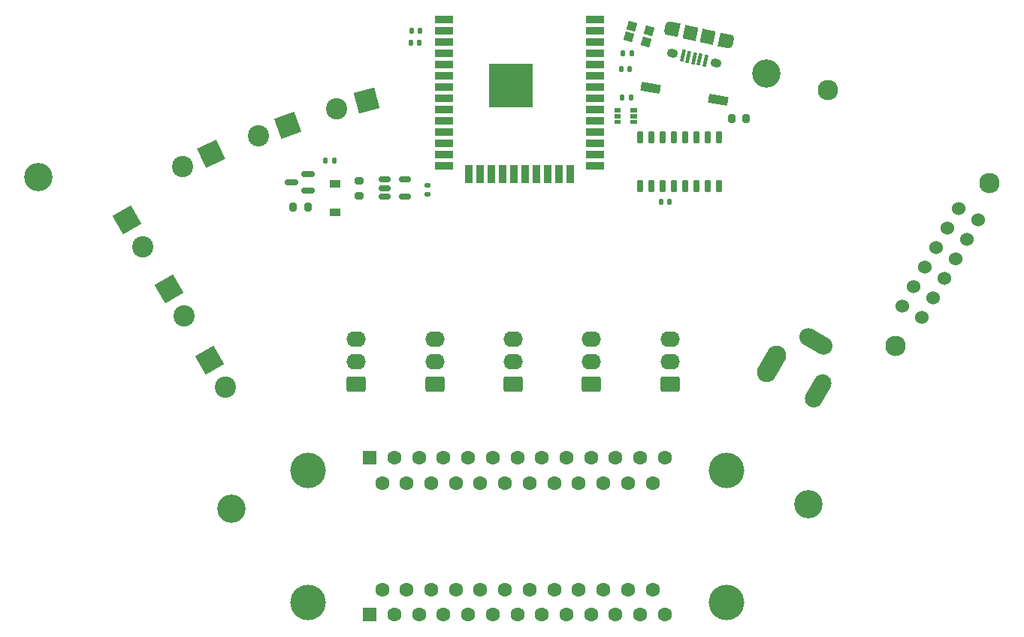
<source format=gbr>
%TF.GenerationSoftware,KiCad,Pcbnew,(6.0.0-0)*%
%TF.CreationDate,2022-12-05T14:38:03-05:00*%
%TF.ProjectId,Dome_Plate_Controller_V1,446f6d65-5f50-46c6-9174-655f436f6e74,rev?*%
%TF.SameCoordinates,Original*%
%TF.FileFunction,Soldermask,Top*%
%TF.FilePolarity,Negative*%
%FSLAX46Y46*%
G04 Gerber Fmt 4.6, Leading zero omitted, Abs format (unit mm)*
G04 Created by KiCad (PCBNEW (6.0.0-0)) date 2022-12-05 14:38:03*
%MOMM*%
%LPD*%
G01*
G04 APERTURE LIST*
G04 Aperture macros list*
%AMRoundRect*
0 Rectangle with rounded corners*
0 $1 Rounding radius*
0 $2 $3 $4 $5 $6 $7 $8 $9 X,Y pos of 4 corners*
0 Add a 4 corners polygon primitive as box body*
4,1,4,$2,$3,$4,$5,$6,$7,$8,$9,$2,$3,0*
0 Add four circle primitives for the rounded corners*
1,1,$1+$1,$2,$3*
1,1,$1+$1,$4,$5*
1,1,$1+$1,$6,$7*
1,1,$1+$1,$8,$9*
0 Add four rect primitives between the rounded corners*
20,1,$1+$1,$2,$3,$4,$5,0*
20,1,$1+$1,$4,$5,$6,$7,0*
20,1,$1+$1,$6,$7,$8,$9,0*
20,1,$1+$1,$8,$9,$2,$3,0*%
%AMHorizOval*
0 Thick line with rounded ends*
0 $1 width*
0 $2 $3 position (X,Y) of the first rounded end (center of the circle)*
0 $4 $5 position (X,Y) of the second rounded end (center of the circle)*
0 Add line between two ends*
20,1,$1,$2,$3,$4,$5,0*
0 Add two circle primitives to create the rounded ends*
1,1,$1,$2,$3*
1,1,$1,$4,$5*%
%AMRotRect*
0 Rectangle, with rotation*
0 The origin of the aperture is its center*
0 $1 length*
0 $2 width*
0 $3 Rotation angle, in degrees counterclockwise*
0 Add horizontal line*
21,1,$1,$2,0,0,$3*%
G04 Aperture macros list end*
%ADD10C,0.010000*%
%ADD11RoundRect,0.150000X-0.512500X-0.150000X0.512500X-0.150000X0.512500X0.150000X-0.512500X0.150000X0*%
%ADD12RoundRect,0.140000X0.140000X0.170000X-0.140000X0.170000X-0.140000X-0.170000X0.140000X-0.170000X0*%
%ADD13RotRect,1.000000X1.000000X345.000000*%
%ADD14HorizOval,2.200000X0.550000X0.952628X-0.550000X-0.952628X0*%
%ADD15HorizOval,2.000000X0.500000X0.866025X-0.500000X-0.866025X0*%
%ADD16HorizOval,2.000000X-0.866025X0.500000X0.866025X-0.500000X0*%
%ADD17RoundRect,0.200000X0.200000X0.275000X-0.200000X0.275000X-0.200000X-0.275000X0.200000X-0.275000X0*%
%ADD18RoundRect,0.049600X0.260400X-0.605400X0.260400X0.605400X-0.260400X0.605400X-0.260400X-0.605400X0*%
%ADD19RoundRect,0.140000X-0.140000X-0.170000X0.140000X-0.170000X0.140000X0.170000X-0.140000X0.170000X0*%
%ADD20RotRect,2.400000X2.400000X300.000000*%
%ADD21C,2.400000*%
%ADD22C,3.200000*%
%ADD23RoundRect,0.140000X-0.170000X0.140000X-0.170000X-0.140000X0.170000X-0.140000X0.170000X0.140000X0*%
%ADD24RotRect,2.400000X2.400000X195.000000*%
%ADD25C,1.524000*%
%ADD26C,2.300000*%
%ADD27RoundRect,0.100000X-1.054267X-0.220275X0.915348X-0.567571X1.054267X0.220275X-0.915348X0.567571X0*%
%ADD28RoundRect,0.250000X0.845000X-0.620000X0.845000X0.620000X-0.845000X0.620000X-0.845000X-0.620000X0*%
%ADD29O,2.190000X1.740000*%
%ADD30C,4.000000*%
%ADD31R,1.600000X1.600000*%
%ADD32C,1.600000*%
%ADD33RoundRect,0.135000X-0.135000X-0.185000X0.135000X-0.185000X0.135000X0.185000X-0.135000X0.185000X0*%
%ADD34R,1.219200X0.914400*%
%ADD35RoundRect,0.150000X0.587500X0.150000X-0.587500X0.150000X-0.587500X-0.150000X0.587500X-0.150000X0*%
%ADD36RotRect,2.400000X2.400000X200.000000*%
%ADD37R,2.000000X0.900000*%
%ADD38R,0.900000X2.000000*%
%ADD39R,5.000000X5.000000*%
%ADD40RotRect,0.400000X1.350000X168.000000*%
%ADD41RotRect,1.500000X1.550000X168.000000*%
%ADD42RotRect,1.200000X1.550000X168.000000*%
%ADD43HorizOval,0.950000X-0.146722X0.031187X0.146722X-0.031187X0*%
%ADD44HorizOval,0.890000X0.068611X0.322789X-0.068611X-0.322789X0*%
%ADD45RoundRect,0.200000X0.275000X-0.200000X0.275000X0.200000X-0.275000X0.200000X-0.275000X-0.200000X0*%
%ADD46RotRect,2.400000X2.400000X205.000000*%
G04 APERTURE END LIST*
D10*
%TO.C,U5*%
X112645000Y-94615800D02*
X113270000Y-94615800D01*
X113270000Y-94615800D02*
X113270000Y-95015800D01*
X113270000Y-95015800D02*
X112645000Y-95015800D01*
X112645000Y-95015800D02*
X112645000Y-94615800D01*
G36*
X113270000Y-95015800D02*
G01*
X112645000Y-95015800D01*
X112645000Y-94615800D01*
X113270000Y-94615800D01*
X113270000Y-95015800D01*
G37*
X113270000Y-95015800D02*
X112645000Y-95015800D01*
X112645000Y-94615800D01*
X113270000Y-94615800D01*
X113270000Y-95015800D01*
X112645000Y-93315800D02*
X113270000Y-93315800D01*
X113270000Y-93315800D02*
X113270000Y-93715800D01*
X113270000Y-93715800D02*
X112645000Y-93715800D01*
X112645000Y-93715800D02*
X112645000Y-93315800D01*
G36*
X113270000Y-93715800D02*
G01*
X112645000Y-93715800D01*
X112645000Y-93315800D01*
X113270000Y-93315800D01*
X113270000Y-93715800D01*
G37*
X113270000Y-93715800D02*
X112645000Y-93715800D01*
X112645000Y-93315800D01*
X113270000Y-93315800D01*
X113270000Y-93715800D01*
X110820000Y-94615800D02*
X111445000Y-94615800D01*
X111445000Y-94615800D02*
X111445000Y-95015800D01*
X111445000Y-95015800D02*
X110820000Y-95015800D01*
X110820000Y-95015800D02*
X110820000Y-94615800D01*
G36*
X111445000Y-95015800D02*
G01*
X110820000Y-95015800D01*
X110820000Y-94615800D01*
X111445000Y-94615800D01*
X111445000Y-95015800D01*
G37*
X111445000Y-95015800D02*
X110820000Y-95015800D01*
X110820000Y-94615800D01*
X111445000Y-94615800D01*
X111445000Y-95015800D01*
X112645000Y-93965800D02*
X113270000Y-93965800D01*
X113270000Y-93965800D02*
X113270000Y-94365800D01*
X113270000Y-94365800D02*
X112645000Y-94365800D01*
X112645000Y-94365800D02*
X112645000Y-93965800D01*
G36*
X113270000Y-94365800D02*
G01*
X112645000Y-94365800D01*
X112645000Y-93965800D01*
X113270000Y-93965800D01*
X113270000Y-94365800D01*
G37*
X113270000Y-94365800D02*
X112645000Y-94365800D01*
X112645000Y-93965800D01*
X113270000Y-93965800D01*
X113270000Y-94365800D01*
X110820000Y-93965800D02*
X111445000Y-93965800D01*
X111445000Y-93965800D02*
X111445000Y-94365800D01*
X111445000Y-94365800D02*
X110820000Y-94365800D01*
X110820000Y-94365800D02*
X110820000Y-93965800D01*
G36*
X111445000Y-94365800D02*
G01*
X110820000Y-94365800D01*
X110820000Y-93965800D01*
X111445000Y-93965800D01*
X111445000Y-94365800D01*
G37*
X111445000Y-94365800D02*
X110820000Y-94365800D01*
X110820000Y-93965800D01*
X111445000Y-93965800D01*
X111445000Y-94365800D01*
X110820000Y-93315800D02*
X111445000Y-93315800D01*
X111445000Y-93315800D02*
X111445000Y-93715800D01*
X111445000Y-93715800D02*
X110820000Y-93715800D01*
X110820000Y-93715800D02*
X110820000Y-93315800D01*
G36*
X111445000Y-93715800D02*
G01*
X110820000Y-93715800D01*
X110820000Y-93315800D01*
X111445000Y-93315800D01*
X111445000Y-93715800D01*
G37*
X111445000Y-93715800D02*
X110820000Y-93715800D01*
X110820000Y-93315800D01*
X111445000Y-93315800D01*
X111445000Y-93715800D01*
%TD*%
D11*
%TO.C,U3*%
X84902500Y-101360000D03*
X84902500Y-102310000D03*
X84902500Y-103260000D03*
X87177500Y-103260000D03*
X87177500Y-101360000D03*
%TD*%
D12*
%TO.C,C3*%
X88920000Y-84590000D03*
X87960000Y-84590000D03*
%TD*%
D13*
%TO.C,L1*%
X114402182Y-85815553D03*
X114738647Y-84559850D03*
X112777818Y-84034447D03*
X112441353Y-85290150D03*
%TD*%
D14*
%TO.C,J14*%
X128553848Y-122190000D03*
D15*
X133750000Y-125190000D03*
D16*
X133501924Y-119619681D03*
%TD*%
D17*
%TO.C,R1*%
X125685000Y-94440000D03*
X124035000Y-94440000D03*
%TD*%
D18*
%TO.C,U4*%
X113730000Y-102090000D03*
X115000000Y-102090000D03*
X116270000Y-102090000D03*
X117540000Y-102090000D03*
X118810000Y-102090000D03*
X120080000Y-102090000D03*
X121350000Y-102090000D03*
X122620000Y-102090000D03*
X122620000Y-96590000D03*
X121350000Y-96590000D03*
X120080000Y-96590000D03*
X118810000Y-96590000D03*
X117540000Y-96590000D03*
X116270000Y-96590000D03*
X115000000Y-96590000D03*
X113730000Y-96590000D03*
%TD*%
D19*
%TO.C,C5*%
X78260000Y-99240000D03*
X79220000Y-99240000D03*
%TD*%
D20*
%TO.C,J5*%
X55870000Y-105900000D03*
D21*
X57620000Y-108931089D03*
%TD*%
D22*
%TO.C,REF\u002A\u002A*%
X45920000Y-101110000D03*
%TD*%
%TO.C,REF\u002A\u002A*%
X132660000Y-137990000D03*
%TD*%
D20*
%TO.C,J6*%
X60600000Y-113710000D03*
D21*
X62350000Y-116741089D03*
%TD*%
D23*
%TO.C,C7*%
X89780000Y-102030000D03*
X89780000Y-102990000D03*
%TD*%
D24*
%TO.C,J9*%
X82880000Y-92430000D03*
D21*
X79499260Y-93335867D03*
%TD*%
D25*
%TO.C,U6*%
X145418670Y-116899261D03*
X146688670Y-114699557D03*
X147958670Y-112499852D03*
X149228670Y-110300148D03*
X150498670Y-108100443D03*
X151768670Y-105900739D03*
X149568966Y-104630739D03*
X148298966Y-106830443D03*
X147028966Y-109030148D03*
X145758966Y-111229852D03*
X144488966Y-113429557D03*
X143218966Y-115629261D03*
D26*
X142488267Y-120114869D03*
X153088267Y-101755131D03*
X134901733Y-91255131D03*
%TD*%
D19*
%TO.C,C4*%
X111590000Y-88850000D03*
X112550000Y-88850000D03*
%TD*%
D27*
%TO.C,SW1*%
X114864250Y-91027772D03*
X122545750Y-92382228D03*
%TD*%
D12*
%TO.C,C6*%
X117030000Y-103880000D03*
X116070000Y-103880000D03*
%TD*%
D28*
%TO.C,J4*%
X81730000Y-124470000D03*
D29*
X81730000Y-121930000D03*
X81730000Y-119390000D03*
%TD*%
D22*
%TO.C,REF\u002A\u002A*%
X67660000Y-138510000D03*
%TD*%
D30*
%TO.C,J13*%
X76320000Y-149049338D03*
X123420000Y-149049338D03*
D31*
X83250000Y-150469338D03*
D32*
X86020000Y-150469338D03*
X88790000Y-150469338D03*
X91560000Y-150469338D03*
X94330000Y-150469338D03*
X97100000Y-150469338D03*
X99870000Y-150469338D03*
X102640000Y-150469338D03*
X105410000Y-150469338D03*
X108180000Y-150469338D03*
X110950000Y-150469338D03*
X113720000Y-150469338D03*
X116490000Y-150469338D03*
X84635000Y-147629338D03*
X87405000Y-147629338D03*
X90175000Y-147629338D03*
X92945000Y-147629338D03*
X95715000Y-147629338D03*
X98485000Y-147629338D03*
X101255000Y-147629338D03*
X104025000Y-147629338D03*
X106795000Y-147629338D03*
X109565000Y-147629338D03*
X112335000Y-147629338D03*
X115105000Y-147629338D03*
%TD*%
D33*
%TO.C,R4*%
X111790000Y-87110000D03*
X112810000Y-87110000D03*
%TD*%
D34*
%TO.C,CR1*%
X79328500Y-105086800D03*
X79328500Y-101810200D03*
%TD*%
D35*
%TO.C,U2*%
X76267500Y-102630000D03*
X76267500Y-100730000D03*
X74392500Y-101680000D03*
%TD*%
D36*
%TO.C,J7*%
X74020000Y-95220000D03*
D21*
X70731076Y-96417071D03*
%TD*%
D19*
%TO.C,C1*%
X111710000Y-92090000D03*
X112670000Y-92090000D03*
%TD*%
D37*
%TO.C,U1*%
X91630000Y-83265000D03*
X91630000Y-84535000D03*
X91630000Y-85805000D03*
X91630000Y-87075000D03*
X91630000Y-88345000D03*
X91630000Y-89615000D03*
X91630000Y-90885000D03*
X91630000Y-92155000D03*
X91630000Y-93425000D03*
X91630000Y-94695000D03*
X91630000Y-95965000D03*
X91630000Y-97235000D03*
X91630000Y-98505000D03*
X91630000Y-99775000D03*
D38*
X94415000Y-100775000D03*
X95685000Y-100775000D03*
X96955000Y-100775000D03*
X98225000Y-100775000D03*
X99495000Y-100775000D03*
X100765000Y-100775000D03*
X102035000Y-100775000D03*
X103305000Y-100775000D03*
X104575000Y-100775000D03*
X105845000Y-100775000D03*
D37*
X108630000Y-99775000D03*
X108630000Y-98505000D03*
X108630000Y-97235000D03*
X108630000Y-95965000D03*
X108630000Y-94695000D03*
X108630000Y-93425000D03*
X108630000Y-92155000D03*
X108630000Y-90885000D03*
X108630000Y-89615000D03*
X108630000Y-88345000D03*
X108630000Y-87075000D03*
X108630000Y-85805000D03*
X108630000Y-84535000D03*
X108630000Y-83265000D03*
D39*
X99130000Y-90765000D03*
%TD*%
D28*
%TO.C,J12*%
X90565000Y-124470000D03*
D29*
X90565000Y-121930000D03*
X90565000Y-119390000D03*
%TD*%
D30*
%TO.C,J2*%
X76320000Y-134199338D03*
X123420000Y-134199338D03*
D31*
X83250000Y-132779338D03*
D32*
X86020000Y-132779338D03*
X88790000Y-132779338D03*
X91560000Y-132779338D03*
X94330000Y-132779338D03*
X97100000Y-132779338D03*
X99870000Y-132779338D03*
X102640000Y-132779338D03*
X105410000Y-132779338D03*
X108180000Y-132779338D03*
X110950000Y-132779338D03*
X113720000Y-132779338D03*
X116490000Y-132779338D03*
X84635000Y-135619338D03*
X87405000Y-135619338D03*
X90175000Y-135619338D03*
X92945000Y-135619338D03*
X95715000Y-135619338D03*
X98485000Y-135619338D03*
X101255000Y-135619338D03*
X104025000Y-135619338D03*
X106795000Y-135619338D03*
X109565000Y-135619338D03*
X112335000Y-135619338D03*
X115105000Y-135619338D03*
%TD*%
D12*
%TO.C,C2*%
X88820000Y-85930000D03*
X87860000Y-85930000D03*
%TD*%
D28*
%TO.C,J15*%
X99400000Y-124470000D03*
D29*
X99400000Y-121930000D03*
X99400000Y-119390000D03*
%TD*%
D20*
%TO.C,J3*%
X65180000Y-121750000D03*
D21*
X66930000Y-124781089D03*
%TD*%
D22*
%TO.C,REF\u002A\u002A*%
X127970000Y-89420000D03*
%TD*%
D40*
%TO.C,J1*%
X121060516Y-87939692D03*
X120424720Y-87804549D03*
X119788924Y-87669407D03*
X119153128Y-87534264D03*
X118517332Y-87399121D03*
D41*
X121328433Y-85236320D03*
X119372138Y-84820496D03*
D42*
X123186913Y-85631352D03*
X117513657Y-84425464D03*
D43*
X117343555Y-87149627D03*
D44*
X116926769Y-84300717D03*
D43*
X122234293Y-88189186D03*
D44*
X123773802Y-85756099D03*
%TD*%
D17*
%TO.C,R2*%
X76255000Y-104460000D03*
X74605000Y-104460000D03*
%TD*%
D45*
%TO.C,R3*%
X82040000Y-103195000D03*
X82040000Y-101545000D03*
%TD*%
D46*
%TO.C,J8*%
X65330000Y-98420000D03*
D21*
X62157923Y-99899164D03*
%TD*%
D28*
%TO.C,J10*%
X117070000Y-124470000D03*
D29*
X117070000Y-121930000D03*
X117070000Y-119390000D03*
%TD*%
D28*
%TO.C,J11*%
X108235000Y-124470000D03*
D29*
X108235000Y-121930000D03*
X108235000Y-119390000D03*
%TD*%
M02*

</source>
